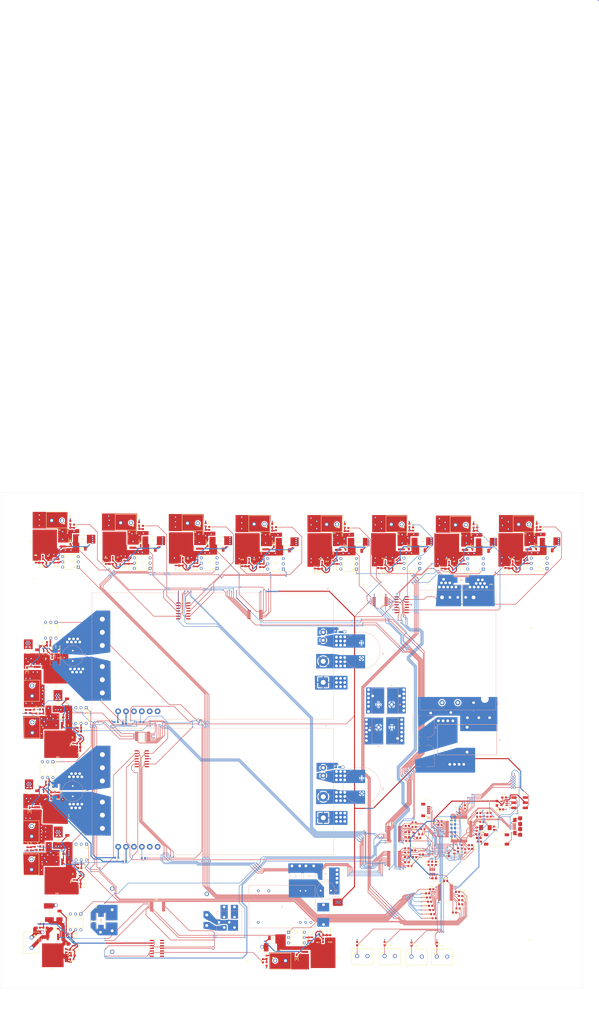
<source format=kicad_pcb>
(kicad_pcb
	(version 20241229)
	(generator "pcbnew")
	(generator_version "9.0")
	(general
		(thickness 1.542542)
		(legacy_teardrops no)
	)
	(paper "User" 440 290)
	(layers
		(0 "F.Cu" signal)
		(4 "In1.Cu" signal)
		(6 "In2.Cu" signal)
		(2 "B.Cu" signal)
		(9 "F.Adhes" user "F.Adhesive")
		(11 "B.Adhes" user "B.Adhesive")
		(13 "F.Paste" user)
		(15 "B.Paste" user)
		(5 "F.SilkS" user "F.Silkscreen")
		(7 "B.SilkS" user "B.Silkscreen")
		(1 "F.Mask" user)
		(3 "B.Mask" user)
		(17 "Dwgs.User" user "User.Drawings")
		(19 "Cmts.User" user "User.Comments")
		(21 "Eco1.User" user "User.Eco1")
		(23 "Eco2.User" user "User.Eco2")
		(25 "Edge.Cuts" user)
		(27 "Margin" user)
		(31 "F.CrtYd" user "F.Courtyard")
		(29 "B.CrtYd" user "B.Courtyard")
		(35 "F.Fab" user)
		(33 "B.Fab" user)
		(39 "User.1" user)
		(41 "User.2" user)
		(43 "User.3" user)
		(45 "User.4" user)
	)
	(setup
		(stackup
			(layer "F.SilkS"
				(type "Top Silk Screen")
				(color "White")
			)
			(layer "F.Paste"
				(type "Top Solder Paste")
			)
			(layer "F.Mask"
				(type "Top Solder Mask")
				(color "Purple")
				(thickness 0.01524)
			)
			(layer "F.Cu"
				(type "copper")
				(thickness 0.04572)
			)
			(layer "dielectric 1"
				(type "prepreg")
				(color "FR4 natural")
				(thickness 0.199898)
				(material "FR408HR")
				(epsilon_r 3.61)
				(loss_tangent 0.009)
			)
			(layer "In1.Cu"
				(type "copper")
				(thickness 0.01524)
			)
			(layer "dielectric 2"
				(type "core")
				(color "FR4 natural")
				(thickness 0.9906)
				(material "FR408HR")
				(epsilon_r 3.87)
				(loss_tangent 0.009)
			)
			(layer "In2.Cu"
				(type "copper")
				(thickness 0.01524)
			)
			(layer "dielectric 3"
				(type "prepreg")
				(color "FR4 natural")
				(thickness 0.199644)
				(material "FR408HR")
				(epsilon_r 3.61)
				(loss_tangent 0.009)
			)
			(layer "B.Cu"
				(type "copper")
				(thickness 0.04572)
			)
			(layer "B.Mask"
				(type "Bottom Solder Mask")
				(color "Purple")
				(thickness 0.01524)
			)
			(layer "B.Paste"
				(type "Bottom Solder Paste")
			)
			(layer "B.SilkS"
				(type "Bottom Silk Screen")
				(color "White")
			)
			(copper_finish "ENIG")
			(dielectric_constraints no)
		)
		(pad_to_mask_clearance 0.0381)
		(allow_soldermask_bridges_in_footprints no)
		(tenting front back)
		(pcbplotparams
			(layerselection 0x00000000_00000000_55555555_5755f5ff)
			(plot_on_all_layers_selection 0x00000000_00000000_00000000_00000000)
			(disableapertmacros no)
			(usegerberextensions no)
			(usegerberattributes yes)
			(usegerberadvancedattributes yes)
			(creategerberjobfile yes)
			(dashed_line_dash_ratio 12.000000)
			(dashed_line_gap_ratio 3.000000)
			(svgprecision 4)
			(plotframeref no)
			(mode 1)
			(useauxorigin no)
			(hpglpennumber 1)
			(hpglpenspeed 20)
			(hpglpendiameter 15.000000)
			(pdf_front_fp_property_popups yes)
			(pdf_back_fp_property_popups yes)
			(pdf_metadata yes)
			(pdf_single_document no)
			(dxfpolygonmode yes)
			(dxfimperialunits yes)
			(dxfusepcbnewfont yes)
			(psnegative no)
			(psa4output no)
			(plot_black_and_white yes)
			(sketchpadsonfab no)
			(plotpadnumbers no)
			(hidednponfab no)
			(sketchdnponfab yes)
			(crossoutdnponfab yes)
			(subtractmaskfromsilk no)
			(outputformat 1)
			(mirror no)
			(drillshape 1)
			(scaleselection 1)
			(outputdirectory "")
		)
	)
	(net 0 "")
	(net 1 "/EPS_IN")
	(net 2 "Net-(C2-Pad1)")
	(net 3 "Net-(PS1-+V_INPUT)")
	(net 4 "/DC_POS.5V")
	(net 5 "/DC_POS.12V")
	(net 6 "/DC_POS.9V")
	(net 7 "/LCL_12V/12V_12A_LCL_1/OPAMP_Minus")
	(net 8 "Net-(Q1-B)")
	(net 9 "Net-(Q2-B)")
	(net 10 "/LCL_12V/12V_12A_LCL_2/OPAMP_Minus")
	(net 11 "/LCL_12V/12V_12A_LCL_3/OPAMP_Minus")
	(net 12 "Net-(Q3-B)")
	(net 13 "/LCL_12V/12V_12A_LCL_4/OPAMP_Minus")
	(net 14 "Net-(Q4-B)")
	(net 15 "Net-(Q5-B)")
	(net 16 "/LCL_12V/12V_3A_LCL_1/OPAMP_Minus")
	(net 17 "Net-(Q6-B)")
	(net 18 "/LCL_12V/12V_3A_LCL_2/OPAMP_Minus")
	(net 19 "/LCL_12V/12V_5A_LCL_1/OPAMP_Minus")
	(net 20 "Net-(Q7-B)")
	(net 21 "Net-(Q8-B)")
	(net 22 "/LCL_12V/12V_5A_LCL_2/OPAMP_Minus")
	(net 23 "Net-(Q9-B)")
	(net 24 "/LCL_5V/5V_6A_LCL_3/OPAMP_Minus")
	(net 25 "Net-(Q10-B)")
	(net 26 "/LCL_5V/5V_6A_LCL_1/OPAMP_Minus")
	(net 27 "/LCL_5V/5V_6A_LCL_2/OPAMP_Minus")
	(net 28 "Net-(Q11-B)")
	(net 29 "Net-(Q12-B)")
	(net 30 "/LCL_5V/5V_6A_LCL_4/OPAMP_Minus")
	(net 31 "Net-(Q13-B)")
	(net 32 "/LCL_9_and_3-3/9V_2A_LCL_1/OPAMP_Minus")
	(net 33 "/LCL_9_and_3-3/3-3V_1-5A_LCL_1/OPAMP_Minus")
	(net 34 "Net-(Q14-B)")
	(net 35 "/Digital Systems/3.3V+")
	(net 36 "Net-(U43-~{RST})")
	(net 37 "Net-(U43-OSC0)")
	(net 38 "Net-(U42-NR)")
	(net 39 "Net-(U44-REF)")
	(net 40 "Net-(U43-VDDC@1)")
	(net 41 "/Digital Systems/OSC1")
	(net 42 "Net-(D1-K)")
	(net 43 "/LCL_12.12A1")
	(net 44 "Net-(D2-K)")
	(net 45 "/LCL_12.12A2")
	(net 46 "Net-(D3-K)")
	(net 47 "/LCL_12.12A3")
	(net 48 "/LCL_12.12A4")
	(net 49 "Net-(D4-K)")
	(net 50 "/LCL_12.3A1")
	(net 51 "Net-(D5-K)")
	(net 52 "Net-(D6-K)")
	(net 53 "/LCL_12.3A2")
	(net 54 "/LCL_12.5A1")
	(net 55 "Net-(D7-K)")
	(net 56 "Net-(D8-K)")
	(net 57 "/LCL_12.5A2")
	(net 58 "Net-(D9-K)")
	(net 59 "/LCL_5.6A3")
	(net 60 "Net-(D10-K)")
	(net 61 "/LCL_5.6A1")
	(net 62 "Net-(D11-K)")
	(net 63 "/LCL_5.6A2")
	(net 64 "/LCL_5.6A4")
	(net 65 "Net-(D12-K)")
	(net 66 "/LCL_MIXED.9V2A")
	(net 67 "Net-(D13-K)")
	(net 68 "Net-(D14-K)")
	(net 69 "/LCL_MIXED.3.3V1.5A")
	(net 70 "Net-(U4--Vin)")
	(net 71 "Net-(U4-+Vin)")
	(net 72 "/DC_POS.3.3V")
	(net 73 "/JTAG.RESET")
	(net 74 "/JTAG.TDO")
	(net 75 "/JTAG.TDI")
	(net 76 "/JTAG.TMS")
	(net 77 "/JTAG.TCK")
	(net 78 "/ADC_AIN3")
	(net 79 "/ADC_AIN2")
	(net 80 "/ADC_AIN1")
	(net 81 "/USB.D+")
	(net 82 "/USB.VBUS")
	(net 83 "/USB.ID")
	(net 84 "/USB.D-")
	(net 85 "/ADC_AIN0")
	(net 86 "/UART.Tx")
	(net 87 "unconnected-(J23-Pad1)")
	(net 88 "/UART.Rx")
	(net 89 "Net-(LED1-Pad1)")
	(net 90 "unconnected-(PS1-ON{slash}OFF-Pad2)")
	(net 91 "Net-(U2-+On{slash}Off)")
	(net 92 "Net-(U3-+On{slash}Off)")
	(net 93 "Net-(U3--S)")
	(net 94 "Net-(U3-+S)")
	(net 95 "Net-(U2--S)")
	(net 96 "Net-(U2-+S)")
	(net 97 "Net-(U2-PC{slash}NC)")
	(net 98 "Net-(R7-Pad2)")
	(net 99 "Net-(U3-PC{slash}NC)")
	(net 100 "Net-(R10-Pad1)")
	(net 101 "Net-(R11-Pad2)")
	(net 102 "Net-(R13-Pad2)")
	(net 103 "Net-(R15-Pad2)")
	(net 104 "Net-(U5A-IN-)")
	(net 105 "Net-(U5B-IN-)")
	(net 106 "Net-(U5C-IN-)")
	(net 107 "Net-(U5D-IN-)")
	(net 108 "Net-(R21-Pad2)")
	(net 109 "Net-(R23-Pad2)")
	(net 110 "Net-(R25-Pad2)")
	(net 111 "Net-(R27-Pad2)")
	(net 112 "Net-(U6A-IN-)")
	(net 113 "Net-(U6B-IN-)")
	(net 114 "Net-(U6C-IN-)")
	(net 115 "Net-(U6D-IN-)")
	(net 116 "Net-(R33-Pad2)")
	(net 117 "Net-(R35-Pad2)")
	(net 118 "Net-(R37-Pad2)")
	(net 119 "Net-(R39-Pad2)")
	(net 120 "Net-(U7A-IN-)")
	(net 121 "Net-(U7B-IN-)")
	(net 122 "Net-(U7C-IN-)")
	(net 123 "Net-(U7D-IN-)")
	(net 124 "Net-(R45-Pad2)")
	(net 125 "Net-(R47-Pad2)")
	(net 126 "Net-(U8A-IN-)")
	(net 127 "Net-(U8B-IN-)")
	(net 128 "Net-(R55-Pad1)")
	(net 129 "Net-(R61-Pad1)")
	(net 130 "Net-(R67-Pad1)")
	(net 131 "Net-(R73-Pad1)")
	(net 132 "Net-(R79-Pad1)")
	(net 133 "Net-(R85-Pad1)")
	(net 134 "Net-(R91-Pad1)")
	(net 135 "Net-(R97-Pad1)")
	(net 136 "Net-(R103-Pad1)")
	(net 137 "Net-(R109-Pad1)")
	(net 138 "Net-(R115-Pad1)")
	(net 139 "Net-(R121-Pad1)")
	(net 140 "Net-(R127-Pad1)")
	(net 141 "Net-(R133-Pad1)")
	(net 142 "Net-(U41-~{CNVST}{slash}AIN15)")
	(net 143 "/Digital Systems/ADC1_CNVST")
	(net 144 "/Digital Systems/SSI0Tx")
	(net 145 "Net-(U41-DIN)")
	(net 146 "Net-(U41-SCLK)")
	(net 147 "/Digital Systems/SSI0CLK")
	(net 148 "Net-(U41-~{CS})")
	(net 149 "Net-(U41-~{EOC})")
	(net 150 "/Digital Systems/ADC1_EOC")
	(net 151 "Net-(R140-Pad2)")
	(net 152 "/Digital Systems/I2C0SCL")
	(net 153 "Net-(U43-PB2{slash}I2C0SCL)")
	(net 154 "Net-(U43-PB3{slash}I2C0SDA)")
	(net 155 "/Digital Systems/I2C0SDA")
	(net 156 "Net-(U43-PA2{slash}SSI0CLK)")
	(net 157 "Net-(U43-PA3{slash}SSI0FSS)")
	(net 158 "Net-(U43-PA5{slash}SSI0TX)")
	(net 159 "Net-(U43-PB6)")
	(net 160 "/Digital Systems/THM_CS")
	(net 161 "Net-(U43-PD6)")
	(net 162 "/Digital Systems/GPIO_INT")
	(net 163 "Net-(U43-PF0)")
	(net 164 "/Digital Systems/ADC2_EOC")
	(net 165 "Net-(U43-PF1)")
	(net 166 "/Digital Systems/ADC2_CNVST")
	(net 167 "Net-(U43-PF2)")
	(net 168 "Net-(U43-PF3)")
	(net 169 "Net-(U43-PF4)")
	(net 170 "/Digital Systems/SSI0Rx")
	(net 171 "Net-(U41-DOUT)")
	(net 172 "Net-(U43-OSC1)")
	(net 173 "Net-(U44-~{CNVST}{slash}AIN15)")
	(net 174 "Net-(U44-DIN)")
	(net 175 "Net-(U44-SCLK)")
	(net 176 "Net-(U44-~{CS})")
	(net 177 "Net-(U44-~{EOC})")
	(net 178 "/LCL_CTRL1")
	(net 179 "Net-(U45-P0_0)")
	(net 180 "Net-(U45-P0_1)")
	(net 181 "/LCL_CTRL2")
	(net 182 "/LCL_CTRL3")
	(net 183 "Net-(U45-P0_2)")
	(net 184 "/LCL_CTRL4")
	(net 185 "Net-(U45-P0_3)")
	(net 186 "/LCL_CTRL5")
	(net 187 "Net-(U45-P0_4)")
	(net 188 "Net-(U45-P0_5)")
	(net 189 "/LCL_CTRL6")
	(net 190 "/LCL_CTRL7")
	(net 191 "Net-(U45-P0_6)")
	(net 192 "Net-(U45-P0_7)")
	(net 193 "/LCL_CTRL8")
	(net 194 "Net-(U45-P1_0)")
	(net 195 "/LCL_CTRL9")
	(net 196 "/LCL_CTRL10")
	(net 197 "Net-(U45-P1_1)")
	(net 198 "/LCL_CTRL11")
	(net 199 "Net-(U45-P1_2)")
	(net 200 "Net-(U45-P1_3)")
	(net 201 "/LCL_CTRL12")
	(net 202 "/LCL_CTRL13")
	(net 203 "Net-(U45-P1_4)")
	(net 204 "Net-(U45-P1_5)")
	(net 205 "/LCL_CTRL14")
	(net 206 "Net-(U44-DOUT)")
	(net 207 "Net-(U46-SO)")
	(net 208 "Net-(U46-*CS)")
	(net 209 "Net-(U46-SCL)")
	(net 210 "unconnected-(S1-Pad3)")
	(net 211 "Net-(U42-EN)")
	(net 212 "unconnected-(SW1-Pad2)")
	(net 213 "unconnected-(SW1-Pad3)")
	(net 214 "unconnected-(U1-N.C.-Pad11)")
	(net 215 "unconnected-(U1-Remote_ON{slash}OFF-Pad1)")
	(net 216 "unconnected-(U2-AUX-Pad16)")
	(net 217 "unconnected-(U2-IOG-Pad15)")
	(net 218 "unconnected-(U2-TRIM-Pad13)")
	(net 219 "unconnected-(U3-AUX-Pad16)")
	(net 220 "unconnected-(U3-IOG-Pad15)")
	(net 221 "unconnected-(U3-TRIM-Pad13)")
	(net 222 "unconnected-(U4-TRIM-Pad8)")
	(net 223 "unconnected-(U4-NO_PIN-Pad5)")
	(net 224 "unconnected-(U4-Remote_On{slash}Off-Pad1)")
	(net 225 "/V_MEAS.12_2")
	(net 226 "/V_MEAS.12_1")
	(net 227 "/V_MEAS.12_3")
	(net 228 "/V_MEAS.12_4")
	(net 229 "/V_MEAS.12_7")
	(net 230 "/V_MEAS.12_8")
	(net 231 "/V_MEAS.12_6")
	(net 232 "/V_MEAS.12_5")
	(net 233 "/V_MEAS.5_2")
	(net 234 "/V_MEAS.5_1")
	(net 235 "/V_MEAS.5_4")
	(net 236 "/V_MEAS.5_3")
	(net 237 "/V_MEAS.3.3_")
	(net 238 "unconnected-(U8D-IN+-Pad12)")
	(net 239 "unconnected-(U8D-IN--Pad13)")
	(net 240 "/V_MEAS.9_")
	(net 241 "unconnected-(U8C-IN--Pad9)")
	(net 242 "unconnected-(U8C-OUT-Pad8)")
	(net 243 "unconnected-(U8C-IN+-Pad10)")
	(net 244 "unconnected-(U8D-OUT-Pad14)")
	(net 245 "/I_MEAS.12_3")
	(net 246 "/I_MEAS.12_4")
	(net 247 "/I_MEAS.12_1")
	(net 248 "/I_MEAS.12_2")
	(net 249 "/I_MEAS.12_8")
	(net 250 "/I_MEAS.12_7")
	(net 251 "/I_MEAS.12_6")
	(net 252 "/I_MEAS.12_5")
	(net 253 "unconnected-(U12-NC-Pad3)")
	(net 254 "unconnected-(U12-Pad6)")
	(net 255 "unconnected-(U14-NC-Pad3)")
	(net 256 "unconnected-(U14-Pad6)")
	(net 257 "unconnected-(U16-NC-Pad3)")
	(net 258 "unconnected-(U16-Pad6)")
	(net 259 "unconnected-(U18-Pad6)")
	(net 260 "unconnected-(U18-NC-Pad3)")
	(net 261 "unconnected-(U20-NC-Pad3)")
	(net 262 "unconnected-(U20-Pad6)")
	(net 263 "unconnected-(U22-Pad6)")
	(net 264 "unconnected-(U22-NC-Pad3)")
	(net 265 "unconnected-(U24-NC-Pad3)")
	(net 266 "unconnected-(U24-Pad6)")
	(net 267 "unconnected-(U26-NC-Pad3)")
	(net 268 "unconnected-(U26-Pad6)")
	(net 269 "/I_MEAS.5_2")
	(net 270 "/I_MEAS.5_4")
	(net 271 "/I_MEAS.5_3")
	(net 272 "/I_MEAS.5_1")
	(net 273 "unconnected-(U29-NC-Pad3)")
	(net 274 "unconnected-(U29-Pad6)")
	(net 275 "unconnected-(U31-Pad6)")
	(net 276 "unconnected-(U31-NC-Pad3)")
	(net 277 "unconnected-(U33-NC-Pad3)")
	(net 278 "unconnected-(U33-Pad6)")
	(net 279 "unconnected-(U35-Pad6)")
	(net 280 "unconnected-(U35-NC-Pad3)")
	(net 281 "unconnected-(U36-Pad9)")
	(net 282 "unconnected-(U36-Pad14)")
	(net 283 "/I_MEAS.9_")
	(net 284 "unconnected-(U36-Pad13)")
	(net 285 "unconnected-(U36-Pad8)")
	(net 286 "/I_MEAS.3.3_")
	(net 287 "unconnected-(U36-Pad10)")
	(net 288 "unconnected-(U36-Pad12)")
	(net 289 "unconnected-(U38-NC-Pad3)")
	(net 290 "unconnected-(U38-Pad6)")
	(net 291 "unconnected-(U40-NC-Pad3)")
	(net 292 "unconnected-(U40-Pad6)")
	(net 293 "unconnected-(U41-AIN4-Pad5)")
	(net 294 "unconnected-(U43-PE5-Pad60)")
	(net 295 "unconnected-(U43-XOSC1-Pad36)")
	(net 296 "unconnected-(U43-PE4-Pad59)")
	(net 297 "unconnected-(U43-PD7-Pad10)")
	(net 298 "unconnected-(U43-~{HIB}-Pad33)")
	(net 299 "unconnected-(U44-AIN12-Pad13)")
	(net 300 "unconnected-(U45-P1_7-Pad20)")
	(net 301 "unconnected-(U45-P1_6-Pad19)")
	(net 302 "unconnected-(U46-NC-Pad1)")
	(net 303 "/GNDREF")
	(net 304 "/Digital Systems/ADC1_CS")
	(net 305 "/Digital Systems/ADC2_CS")
	(footprint "EPS_Footprints:RESC1508X55N" (layer "F.Cu") (at 154.35905 251.05195 -90))
	(footprint "EPS_Footprints:Terminal Block 691137710002" (layer "F.Cu") (at 185.85905 42.29195 180))
	(footprint "EPS_Footprints:RESC1508X55N" (layer "F.Cu") (at 278.65905 60.36695 90))
	(footprint "EPS_Footprints:RESC1608X55N" (layer "F.Cu") (at 249.60905 60.54195 90))
	(footprint "EPS_Footprints:RESC1508X55N" (layer "F.Cu") (at 42.35905 197.04195 -90))
	(footprint "EPS_Footprints:TO-263AB_SUM" (layer "F.Cu") (at 52.50935 113.54195 -90))
	(footprint "EPS_Footprints:RESC1508X55N" (layer "F.Cu") (at 234.59905 230.29195))
	(footprint "EPS_Footprints:RES_TLRP3A30DR018FTE_TEC" (layer "F.Cu") (at 157.35905 246.29195))
	(footprint "EPS_Footprints:RESC1508X55N" (layer "F.Cu") (at 177.62825 62.79195 90))
	(footprint "EPS_Footprints:TO-263AB_SUM" (layer "F.Cu") (at 145.023741 51.813259 90))
	(footprint "EPS_Footprints:RESC1508X55N" (layer "F.Cu") (at 47.36905 236.80195 180))
	(footprint "EPS_Footprints:RESC1508X55N" (layer "F.Cu") (at 38.10905 132.54195 90))
	(footprint "EPS_Footprints:RESC1508X55N" (layer "F.Cu") (at 234.35905 205.78195 -90))
	(footprint "EPS_Footprints:SOT91P240X120-3N" (layer "F.Cu") (at 148.509041 61.608258))
	(footprint "EPS_Footprints:TO-263AB_SUM" (layer "F.Cu") (at 80.857925 51.019375 90))
	(footprint "EPS_Footprints:DIP762W50P254L730H410Q6" (layer "F.Cu") (at 94.297925 60.979375 180))
	(footprint "EPS_Footprints:RESC1508X55N" (layer "F.Cu") (at 64.10905 208.04195 180))
	(footprint "EPS_Footprints:RESC1508X55N" (layer "F.Cu") (at 223.61905 207.04195 180))
	(footprint "EPS_Footprints:BAQ33GS08" (layer "F.Cu") (at 54.35905 230.66695 90))
	(footprint "EPS_Footprints:CAPC1608X90" (layer "F.Cu") (at 44.5828 59.9192 -90))
	(footprint "EPS_Footprints:RESC1508X55N" (layer "F.Cu") (at 229.11905 201.54195 180))
	(footprint "EPS_Footprints:DIP762W50P254L730H410Q6" (layer "F.Cu") (at 64.70855 134.50245 -90))
	(footprint "EPS_Footprints:DIP762W50P254L730H410Q6" (layer "F.Cu") (at 50.10905 93.35195 -90))
	(footprint "EPS_Footprints:RESC1508X55N" (layer "F.Cu") (at 225.35905 191.73695 90))
	(footprint "EPS_Footprints:RESC1608X55N" (layer "F.Cu") (at 60.28905 252.04195 180))
	(footprint "EPS_Footprints:RESC1508X55N" (layer "F.Cu") (at 245.11905 229.54195))
	(footprint "EPS_Footprints:BAQ33GS08" (layer "F.Cu") (at 64.9328 53.9192))
	(footprint "EPS_Footprints:RESC1508X55N" (layer "F.Cu") (at 248.10905 223.54195))
	(footprint "EPS_Footprints:RESC1508X55N" (layer "F.Cu") (at 119.15295 61.79435 90))
	(footprint "EPS_Footprints:SOT95P280X145-5N" (layer "F.Cu") (at 269.11405 176.84195 180))
	(footprint "EPS_Footprints:RESC1608X55N" (layer "F.Cu") (at 64.10905 206.29195 180))
	(footprint "EPS_Footprints:RESC1508X55N" (layer "F.Cu") (at 256.85905 181.54195 180))
	(footprint "EPS_Footprints:RESC1508X55N" (layer "F.Cu") (at 92.777925 42.059375 90))
	(footprint "EPS_Footprints:RESC1508X55N" (layer "F.Cu") (at 225.86905 202.79195 180))
	(footprint "EPS_Footprints:RESC1608X55N" (layer "F.Cu") (at 48.53905 166.29195 180))
	(footprint "EPS_Footprints:CAPC1608X90" (layer "F.Cu") (at 63.65905 215.62195))
	(footprint "EPS_Footprints:1301.9314.24_SCH" (layer "F.Cu") (at 265.4388 194.273251))
	(footprint "EPS_Footprints:QFP50P1200X1200X160-64N"
		(layer "F.Cu")
		(uuid "1c9e08aa-33e4-4804-b1f1-3a455ea76e64")
		(at 247.30905 189.29195)
		(property "Reference" "U43"
			(at -2.028675 -7.348325 0)
			(layer "F.SilkS")
			(uuid "be402d25-930c-434b-a76a-d06ea0db487e")
			(effects
				(font
					(size 0.55 0.55)
					(thickness 0.127)
				)
			)
		)
		(property "Value" "TM4C123GH6PMIR"
			(at 9.11261 7.37114 0)
			(layer "F.Fab")
			(uuid "c3185e6a-9582-478f-9d0f-23a389a5dd3f")
			(effects
				(font
					(size 1.000835 1.000835)
					(thickness 0.15)
				)
			)
		)
		(property "Datasheet" ""
			(at 0 0 0)
			(layer "F.Fab")
			(hide yes)
			(uuid "2eafd05c-ecce-4daf-bcc5-27be6461f0b6")
			(effects
				(font
					(size 1.27 1.27)
					(thickness 0.15)
				)
			)
		)
		(property "Description" ""
			(at 0 0 0)
			(layer "F.Fab")
			(hide yes)
			(uuid "eb5676ab-ad98-4964-9f6e-a462eb08449d")
			(effects
				(font
					(size 1.27 1.27)
					(thickness 0.15)
				)
			)
		)
		(property "DigiKey_Part_Number" "296-46360-1-ND"
			(at 0 0 0)
			(unlocked yes)
			(layer "F.Fab")
			(hide yes)
			(uuid "64178419-08f3-400f-8538-a8fc0ce5152a")
			(effects
				(font
					(size 1 1)
					(thickness 0.15)
				)
			)
		)
		(property "SnapEDA_Link" "https://www.snapeda.com/parts/TM4C123GH6PMIR/Texas+Instruments/view-part/?ref=snap"
			(at 0 0 0)
			(unlocked yes)
			(layer "F.Fab")
			(hide yes)
			(uuid "05016775-240a-4de1-88a5-31830c6ae3af")
			(effects
				(font
					(size 1 1)
					(thickness 0.15)
				)
			)
		)
		(property "Description_1" "32-bit Arm Cortex-M4F based MCU with 80 -MHz, 256 -KB Flash, 32 -KB RAM, 2 CAN, RTC, USB, 64-Pin"
			(at 0 0 0)
			(unlocked yes)
			(layer "F.Fab")
			(hide yes)
			(uuid "fcd22bd6-950a-43d8-865b-83b1b79cc358")
			(effects
				(font
					(size 1 1)
					(thickness 0.15)
				)
			)
		)
		(property "Package" "LQFP-64 Texas Instruments"
			(at 0 0 0)
			(unlocked yes)
			(layer "F.Fab")
			(hide yes)
			(uuid "54e2827e-aab8-4566-adeb-23f0e711a720")
			(effects
				(font
					(size 1 1)
					(thickness 0.15)
				)
			)
		)
		(property "Check_prices" "https://www.snapeda.com/parts/TM4C123GH6PMIR/Texas+Instruments/view-part/?ref=eda"
			(at 0 0 0)
			(unlocked yes)
			(layer "F.Fab")
			(hide yes)
			(uuid "e55bea97-dac9-4791-9e00-f61c953b9e95")
			(effects
				(font
					(size 1 1)
					(thickness 0.15)
				)
			)
		)
		(property "MF" "Texas Instruments"
			(at 0 0 0)
			(unlocked yes)
			(layer "F.Fab")
			(hide yes)
			(uuid "1c24f84e-181f-483d-9cd1-5f96f6caf9e1")
			(effects
				(font
					(size 1 1)
					(thickness 0.15)
				)
			)
		)
		(property "MP" "TM4C123GH6PMIR"
			(at 0 0 0)
			(unlocked yes)
			(layer "F.Fab")
			(hide yes)
			(uuid "29f36727-e785-405f-9492-39860fde551b")
			(effects
				(font
					(size 1 1)
					(thickness 0.15)
				)
			)
		)
		(property "MANUFACTURER" "TEXAS instruments"
			(at 0 0 0)
			(unlocked yes)
			(layer "F.Fab")
			(hide yes)
			(uuid "d4184d21-e6fa-4154-a9a7-863295393a65")
			(effects
				(font
					(size 1 1)
					(thickness 0.15)
				)
			)
		)
		(path "/b11c485d-e3cf-4e6a-9d71-c90f6e45e87c/f0315802-7f1c-439a-b968-64bcda0dbda0")
		(sheetname "/Digital Systems/")
		(sheetfile "Digital_Systems.kicad_sch")
		(attr smd allow_soldermask_bridges)
		(fp_line
			(start -4.6 -4.6)
			(end 4.6 -4.6)
			(stroke
				(width 0.127)
				(type solid)
			)
			(layer "F.SilkS")
			(uuid "3941c045-008b-437b-aeed-a6a18a4a99e1")
		)
		(fp_line
			(start -4.6 4.6)
			(end -4.6 -4.6)
			(stroke
				(width 0.127)
				(type solid)
			)
			(layer "F.SilkS")
			(uuid "0cdc01bc-3cac-4eea-b8fe-4b69e507c9e6")
		)
		(fp_line
			(start 4.6 -4.6)
			(end 4.6 4.6)
			(stroke
				(width 0.127)
				(type solid)
			)
			(layer "F.SilkS")
			(uuid "7754aef4-1ceb-498f-b1b4-c06d3c6a2e8e")
		)
		(fp_line
			(start 4.6 4.6)
			(end -4.6 4.6)
			(stroke
				(width 0.127)
				(type solid)
			)
			(layer "F.SilkS")
			(uuid "3cb8f38b-5460-48b2-9d51-e671a8d849ed")
		)
		(fp_circle
			(center -5.9 -4.6)
			(end -5.8 -4.6)
			(stroke
				(width 0.127)
				(type solid)
			)
			(fill no)
			(layer "F.SilkS")
			(uuid "f400901f-6a4b-460e-afa1-36cba8ebe185")
		)
		(fp_circle
			(center -5.8 -4.6)
			(end -5.7 -4.6)
			(stroke
				(width 0.127)
				(type solid)
			)
			(fill no)
			(layer "F.SilkS")
			(uuid "70ee5e29-09f1-4163-af7d-30972cb3b6b3")
		)
		(fp_circle
			(center -5.8 -4.6)
			(end -5.658581 -4.6)
			(stroke
				(width 0.127)
				(type solid)
			)
			(fill no)
			(layer "F.SilkS")
			(uuid "02f6a40f-9751-4f35-8a23-ded51a9efe23")
		)
		(fp_circle
			(center -5.8 -4.6)
			(end -5.658581 -4.6)
			(stroke
				(width 0.127)
				(type solid)
			)
			(fill no)
			(layer "F.SilkS")
			(uuid "c9197faf-0552-43db-b698-d67c43d92fb7")
		)
		(fp_circle
			(center -5.8 -4.6)
			(end -5.576394 -4.6)
			(stroke
				(width 0.127)
				(type solid)
			)
			(fill no)
			(layer "F.SilkS")
			(uuid "1a95fc98-6543-4782-877b-b027db84e70d")
		)
		(fp_circle
			(center -5.8 -4.6)
			(end -5.517159 -4.6)
			(stroke
				(width 0.127)
				(type solid)
			)
			(fill no)
			(layer "F.SilkS")
			(uuid "05c6fca6-2453-41bf-84e1-a99369679a67")
		)
		(fp_circle
			(center -3.4 -3.2)
			(end -3.3 -3.2)
			(stroke
				(width 0.127)
				(type solid)
			)
			(fill no)
			(layer "F.SilkS")
			(uuid "8a1a20bd-3743-4e4c-94f7-c8564bd4e5cc")
		)
		(fp_circle
			(center -3.3 -3.2)
			(end -3.158581 -3.2)
			(stroke
				(width 0.127)
				(type solid)
			)
			(fill no)
			(layer "F.SilkS")
			(uuid "c8dac96f-c500-417a-91e1-c6234da08972")
		)
		(fp_circle
			(center -3.3 -3.2)
			(end -3.076394 -3.2)
			(stroke
				(width 0.127)
				(type solid)
			)
			(fill no)
			(layer "F.SilkS")
			(uuid "a93cf8a6-7930-4503-a659-2d87e8c9612d")
		)
		(fp_circle
			(center -3.3 -3.2)
			(end -3.017159 -3.2)
			(stroke
				(width 0.127)
				(type solid)
			)
			(fill no)
			(layer "F.SilkS")
			(uuid "cae45dce-6933-46c9-a930-b032e44c05cf")
		)
		(fp_circle
			(center -3.3 -3.2)
			(end -2.939447 -3.2)
			(stroke
				(width 0.127)
				(type solid)
			)
			(fill no)
			(layer "F.SilkS")
			(uuid "e3bfbe3a-ca85-4570-98b7-99f8749dcf35")
		)
		(fp_circle
			(center -3.3 -3.2)
			(end -2.875738 -3.2)
			(stroke
				(width 0.127)
				(type solid)
			)
			(fill no)
			(layer "F.SilkS")
			(uuid "9361581a-e019-416a-996f-dd73e37f6e64")
		)
		(fp_circle
			(center -3.3 -3.2)
			(end -2.8 -3.2)
			(stroke
				(width 0.127)
				(type solid)
			)
			(fill no)
			(layer "F.SilkS")
			(uuid "39dbaffc-571f-4d63-b845-ef5eab2fcc07")
		)
		(fp_circle
			(center -3.3 -3.2)
			(end -2.734316 -3.2)
			(stroke
				(width 0.127)
				(type solid)
			)
			(fill no)
			(layer "F.SilkS")
			(uuid "ee5a9608-6142-44d0-ad8a-fb5a8a744e2b")
		)
		(fp_circle
			(center -3.3 -3.2)
			(end -2.716906 -3.2)
			(stroke
				(width 0.127)
				(type solid)
			)
			(fill no)
			(layer "F.SilkS")
			(uuid "9cfbd748-b3ff-41ef-923e-24dbcd66081f")
		)
		(fp_line
			(start -6.7 -6.7)
			(end 6.7 -6.7)
			(stroke
				(width 0.127)
				(type solid)
			)
			(layer "F.CrtYd")
			(uuid "ebc28187-e2ac-4869-9018-8bf18050d8de")
		)
		(fp_line
			(start -6.7 6.7)
			(end -6.7 -6.7)
			(stroke
				(width 0.127)
				(type solid)
			)
			(layer "F.CrtYd")
			(uuid "73da6dcf-32b6-49bf-a997-33dc821b35e5")
		)
		(fp_line
			(start 6.7 -6.7)
			(end 6.7 6.7)
			(stroke
				(width 0.127)
				(type solid)
			)
			(layer "F.CrtYd")
			(uuid "48f1fba9-11a9-4485-8e62-946a785a9a60")
		)
		(fp_line
			(start 6.7 6.7)
			(end -6.7 6.7)
			(stroke
				(width 0.127)
				(type solid)
			)
			(layer "F.CrtYd")
			(uuid "c2372da7-50db-4e12-9651-9da460f89a5d")
		)
		(pad "1" smd rect
			(at -5.7 -3.75)
			(size 1.5 0.3)
			(layers "F.Cu" "F.Mask" "F.Paste")
			(net 159 "Net-(U43-PB6)")
			(pinfunction "PB6")
			(pintype "bidirectional")
			(solder_mask_margin 0.102)
			(uuid "350ba54d-6fb8-4f8d-a9d7-b1433f7b3c20")
		)
		(pad "2" smd rect
			(at -5.7 -3.25)
			(size 1.5 0.3)
			(layers "F.Cu" "F.Mask" "F.Paste")
			(net 35 "/Digital Systems/3.3V+")
			(pinfunction "VDDA")
			(pintype "power_in")
			(solder_mask_margin 0.102)
			(uuid "cc7bcaa5-c637-4428-91e6-ee363324d579")
		)
		(pad "3" smd rect
			(at -5.7 -2.75)
			(size 1.5 0.3)
			(layers "F.Cu" "F.Mask" "F.Paste")
			(net 303 "/GNDREF")
			(pinfunction "GNDA")
			(pintype "power_in")
			(solder_mask_margin 0.102)
			(uuid "1ad80f47-859a-4fc0-b611-51dcb5bb542f")
		)
		(pad "4" smd rect
			(at -5.7 -2.25)
			(size 1.5 0.3)
			(layers "F.Cu" "F.Mask" "F.Paste")
			(net 303 "/GNDREF")
			(pinfunction "PB7")
			(pintype "bidirectional")
			(solder_mask_margin 0.102)
			(uuid "0b774e5c-b9be-4243-8ebd-4cd65cab5cd2")
		)
		(pad "5" smd rect
			(at -5.7 -1.75)
			(size 1.5 0.3)
			(layers "F.Cu" "F.Mask" "F.Paste")
			(net 169 "Net-(U43-PF4)")
			(pinfunction "PF4")
			(pintype "bidirectional")
			(solder_mask_margin 0.102)
			(uuid "af6b588c-549a-4f1c-a886-255540c8c42d")
		)
		(pad "6" smd rect
			(at -5.7 -1.25)
			(size 1.5 0.3)
			(layers "F.Cu" "F.Mask" "F.Paste")
			(net 85 "/ADC_AIN0")
			(pinfunction "PE3")
			(pintype "bidirectional")
			(solder_mask_margin 0.102)
			(uuid "b0ce2697-f6a4-4e27-afa8-916533952ee5")
		)
		(pad "7" smd rect
			(at -5.7 -0.75)
			(size 1.5 0.3)
			(layers "F.Cu" "F.Mask" "F.Paste")
			(net 80 "/ADC_AIN1")
			(pinfunction "PE2")
			(pintype "bidirectional")
			(solder_mask_margin 0.102)
			(uuid "f2bad66e-b0c0-41ee-8ce6-7df4142fa706")
		)
		(pad "8" smd rect
			(at -5.7 -0.25)
			(size 1.5 0.3)
			(layers "F.Cu" "F.Mask" "F.Paste")
			(net 79 "/ADC_AIN2")
			(pinfunction "PE1")
			(pintype "bidirectional")
			(solder_mask_margin 0.102)
			(uuid "867a9308-1353-491c-8e2e-47b487f80677")
		)
		(pad "9" smd rect
			(at -5.7 0.25)
			(size 1.5 0.3)
			(layers "F.Cu" "F.Mask" "F.Paste")
			(net 78 "/ADC_AIN3")
			(pinfunction "PE0")
			(pintype "bidirectional")
			(solder_mask_margin 0.102)
			(uuid "f18e0891-f510-4ba5-a5fe-427c9783354e")
		)
		(pad "10" smd rect
			(at -5.7 0.75)
			(size 1.5 0.3)
			(layers "F.Cu" "F.Mask" "F.Paste")
			(net 297 "unconnected-(U43-PD7-Pad10)")
			(pinfunction "PD7")
			(pintype "bidirectional+no_connect")
			(solder_mask_margin 0.102)
			(uuid "397b31bd-10b4-4d42-b830-e6fd74dfb217")
		)
		(pad "11" smd rect
			(at -5.7 1.25)
			(size 1.5 0.3)
	
... [4662859 chars truncated]
</source>
